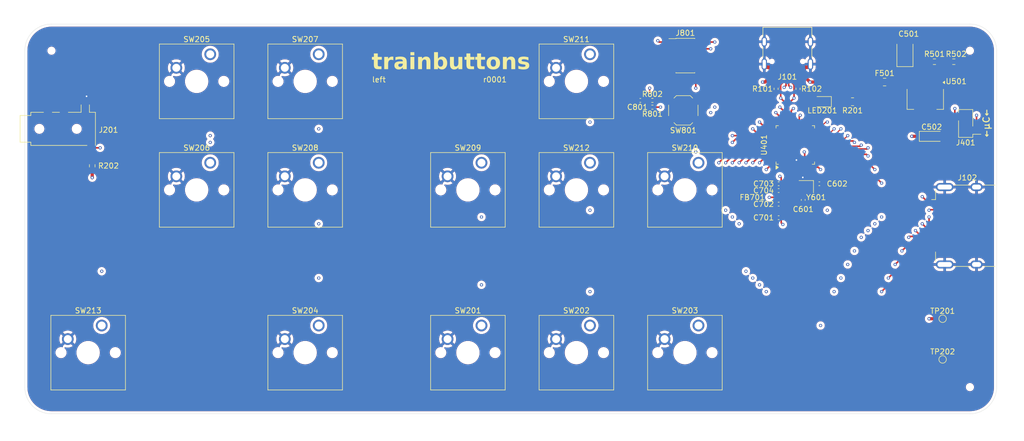
<source format=kicad_pcb>
(kicad_pcb (version 20240108) (generator "pcbnew") (generator_version "8.0")
  (layers (0 "F.Cu" power "F.Cu.Gnd") (1 "In1.Cu" mixed "In1.Cu.SigPwr") (2 "In2.Cu" mixed "In2.Cu.SigPwr") (31 "B.Cu" power "B.Cu.Gnd") (34 "B.Paste" user) (35 "F.Paste" user) (36 "B.SilkS" user "B.Silkscreen") (37 "F.SilkS" user "F.Silkscreen") (38 "B.Mask" user) (39 "F.Mask" user) (44 "Edge.Cuts" user))
  (net 0 "")
  (net 1 "/Left Buttons/GND")
  (net 2 "Net-(U501-VI)")
  (net 3 "/MCU/MCU Clock/OSC_IN")
  (net 4 "/MCU/MCU Clock/OSC_OUT")
  (net 5 "/MCU/MCU Power Supply/VREF")
  (net 6 "/Power Supply/V_{USB}")
  (net 7 "Net-(J101-CC2)")
  (net 8 "/MCU/USB+")
  (net 10 "/MCU/USB-")
  (net 12 "Net-(J101-CC1)")
  (net 13 "/MCU/BRAKE_SCHG")
  (net 14 "/MCU/HEADLIGHT")
  (net 16 "/MCU/BRAKE_RLS")
  (net 18 "/MCU/HORN")
  (net 19 "/MCU/TDIR_DN")
  (net 21 "/MCU/TDIR_UP")
  (net 22 "/MCU/SAND")
  (net 23 "/MCU/BELL")
  (net 24 "Net-(U501-ADJ)")
  (net 25 "/Left Buttons/NTC_OVR")
  (net 26 "/Left Buttons/NTC_RLS")
  (net 27 "/Left Buttons/NTC_ACK")
  (net 28 "/Left Buttons/ETCS_ACK")
  (net 29 "/Left Buttons/PANTO_UP")
  (net 30 "/Left Buttons/PANTO_DN")
  (net 31 "/Left Buttons/MCB_ON")
  (net 32 "/Left Buttons/MCB_OFF")
  (net 33 "/Left Buttons/DOOR_LEFT")
  (net 34 "/Left Buttons/DOOR_RGHT")
  (net 35 "/Left Buttons/DOOR_OPEN")
  (net 36 "/Left Buttons/DOOR_CLSE")
  (net 37 "/Left Buttons/EMERG")
  (net 49 "/Left Buttons/PEDAL_ANA")
  (net 50 "/MCU/MCU Debug and Reset/~{RST}")
  (net 51 "/MCU/MCU Debug and Reset/SWCLK")
  (net 56 "/MCU/MCU Debug and Reset/SWDIO")
  (net 57 "Net-(R802-Pad2)")
  (net 58 "/MCU/UART_MCUTX")
  (net 59 "/MCU/UART_MCURX")
  (net 61 "/MCU/RLED")
  (net 66 "Net-(LED201-K)")
  (net 67 "/Left Buttons/LLED")
  (net 68 "/Left Buttons/+3.3V")
  (footprint "LED_SMD:LED_0805_2012Metric" (layer "F.Cu") (at 179.4025 50.8 180)
    (property "Reference" "LED201")
    (property "Value" "LED")
  )
  (footprint "Resistor_SMD:R_0402_1005Metric" (layer "F.Cu") (at 174.8525 48.3875 -90)
    (property "Reference" "R102")
    (property "Value" "5.1kΩ" (hide yes))
  )
  (footprint "Button_Switch_Keyboard:SW_Cherry_MX_1.00u_PCB" (layer "F.Cu") (at 156.21 92.71)
    (property "Reference" "SW203")
    (property "Value" "SW_Push")
  )
  (footprint "Button_Switch_Keyboard:SW_Cherry_MX_1.00u_PCB" (layer "F.Cu") (at 135.89 41.91)
    (property "Reference" "SW211")
    (property "Value" "SW_Push")
  )
  (footprint "Button_Switch_Keyboard:SW_Cherry_MX_1.00u_PCB" (layer "F.Cu") (at 64.77 41.91)
    (property "Reference" "SW205")
    (property "Value" "SW_Push")
  )
  (footprint "Capacitor_SMD:C_0402_1005Metric" (layer "F.Cu") (at 178.8425 66.1675 180)
    (property "Reference" "C602")
    (property "Value" "10pF" (hide yes))
  )
  (footprint "Connector_HDMI:HDMI_A_Molex_208658-1001_Horizontal" (layer "F.Cu") (at 204.845 74.03)
    (property "Reference" "J102")
    (property "Value" "HDMI_A")
  )
  (footprint "Connector_PinHeader_1.27mm:PinHeader_2x05_P1.27mm_Vertical_SMD" (layer "F.Cu") (at 153.752 42.164)
    (property "Reference" "J801")
    (property "Value" "DBG")
  )
  (footprint "Button_Switch_Keyboard:SW_Cherry_MX_1.00u_PCB" (layer "F.Cu") (at 135.89 92.71)
    (property "Reference" "SW202")
    (property "Value" "SW_Push")
  )
  (footprint "Package_TO_SOT_SMD:SOT-223-3_TabPin2" (layer "F.Cu") (at 198.6825 50.3175 -90)
    (property "Reference" "U501")
    (property "Value" "LM317AEMP" (hide yes))
  )
  (footprint "Button_Switch_Keyboard:SW_Cherry_MX_1.00u_PCB" (layer "F.Cu") (at 64.77 62.23)
    (property "Reference" "SW206")
    (property "Value" "SW_Push")
  )
  (footprint "Resistor_SMD:R_0603_1608Metric" (layer "F.Cu") (at 42.672 62.801 90)
    (property "Reference" "R202")
    (property "Value" "470kΩ" (hide yes))
  )
  (footprint "Button_Switch_Keyboard:SW_Cherry_MX_1.00u_PCB" (layer "F.Cu") (at 85.09 41.91)
    (property "Reference" "SW207")
    (property "Value" "SW_Push")
  )
  (footprint "Fuse:Fuse_0805_2012Metric" (layer "F.Cu") (at 191.0625 47.1175)
    (property "Reference" "F501")
    (property "Value" "500mA" (hide yes))
  )
  (footprint "Button_Switch_Keyboard:SW_Cherry_MX_1.00u_PCB" (layer "F.Cu") (at 44.45 92.71)
    (property "Reference" "SW213")
    (property "Value" "SW_Push")
  )
  (footprint "Capacitor_SMD:C_0402_1005Metric" (layer "F.Cu") (at 171.2225 66.1675 180)
    (property "Reference" "C703")
    (property "Value" "1μF" (hide yes))
  )
  (footprint "Button_Switch_Keyboard:SW_Cherry_MX_1.00u_PCB" (layer "F.Cu") (at 85.09 92.71)
    (property "Reference" "SW204")
    (property "Value" "SW_Push")
  )
  (footprint "Connector_Audio:Jack_3.5mm_PJ320D_Horizontal" (layer "F.Cu") (at 37.546 55.88)
    (property "Reference" "J201")
    (property "Value" "AudioJack2")
  )
  (footprint "Resistor_SMD:R_0402_1005Metric" (layer "F.Cu") (at 147.572 50.546)
    (property "Reference" "R802")
    (property "Value" "330Ω" (hide yes))
  )
  (footprint "Capacitor_Tantalum_SMD:CP_EIA-3216-18_Kemet-A" (layer "F.Cu") (at 199.8725 57.2775)
    (property "Reference" "C502")
    (property "Value" "10µF" (hide yes))
  )
  (footprint "Resistor_SMD:R_0603_1608Metric" (layer "F.Cu") (at 204.025 43.3075)
    (property "Reference" "R502")
    (property "Value" "560Ω" (hide yes))
  )
  (footprint "Resistor_SMD:R_0603_1608Metric" (layer "F.Cu") (at 200.3975 43.3075)
    (property "Reference" "R501")
    (property "Value" "330Ω" (hide yes))
  )
  (footprint "Capacitor_SMD:C_0402_1005Metric" (layer "F.Cu") (at 145.316 50.546)
    (property "Reference" "C801")
    (property "Value" "100nF" (hide yes))
  )
  (footprint "Connector_USB:USB_C_Receptacle_G-Switch_GT-USB-7010ASV" (layer "F.Cu") (at 172.8525 40.6425 180)
    (property "Reference" "J101")
    (property "Value" "USB_C_Receptacle_USB2.0_16P")
  )
  (footprint "Inductor_SMD:L_0402_1005Metric" (layer "F.Cu") (at 171.2275 68.7075)
    (property "Reference" "FB701")
    (property "Value" "600Ω @ 100MHz" (hide yes))
  )
  (footprint "JLCPCB:JLCPCB_Mounting_Hole" (layer "F.Cu") (at 207.04 104.25)
    (property "Reference" "REF**" (hide yes))
    (property "Value" "JLCPCB_Mounting_Hole")
  )
  (footprint "Button_Switch_Keyboard:SW_Cherry_MX_1.00u_PCB" (layer "F.Cu") (at 135.89 62.23)
    (property "Reference" "SW212")
    (property "Value" "SW_Push")
  )
  (footprint "TestPoint:TestPoint_Pad_D1.0mm" (layer "F.Cu") (at 201.93 91.44)
    (property "Reference" "TP201")
    (property "Value" "TestPoint")
  )
  (footprint "JLCPCB:JLCPCB_Mounting_Hole" (layer "F.Cu") (at 35.04 41.25)
    (property "Reference" "REF**" (hide yes))
    (property "Value" "JLCPCB_Mounting_Hole")
  )
  (footprint "Capacitor_SMD:C_0402_1005Metric" (layer "F.Cu") (at 171.2225 72.5175 180)
    (property "Reference" "C701")
    (property "Value" "4.7μF" (hide yes))
  )
  (footprint "Capacitor_SMD:C_0402_1005Metric" (layer "F.Cu") (at 171.2225 67.4375 180)
    (property "Reference" "C704")
    (property "Value" "100nF" (hide yes))
  )
  (footprint "Resistor_SMD:R_0402_1005Metric" (layer "F.Cu") (at 170.7425 48.3875 -90)
    (property "Reference" "R101")
    (property "Value" "5.1kΩ" (hide yes))
  )
  (footprint "Button_Switch_Keyboard:SW_Cherry_MX_1.00u_PCB" (layer "F.Cu") (at 85.09 62.23)
    (property "Reference" "SW208")
    (property "Value" "SW_Push")
  )
  (footprint "Capacitor_SMD:C_0402_1005Metric" (layer "F.Cu") (at 171.2225 69.9775 180)
    (property "Reference" "C702")
    (property "Value" "100nF" (hide yes))
  )
  (footprint "Resistor_SMD:R_0402_1005Metric" (layer "F.Cu") (at 147.574 51.816)
    (property "Reference" "R801")
    (property "Value" "2.2kΩ" (hide yes))
  )
  (footprint "JLCPCB:JLCPCB_Mounting_Hole" (layer "F.Cu") (at 207.04 41.25)
    (property "Reference" "REF**" (hide yes))
    (property "Value" "JLCPCB_Mounting_Hole")
  )
  (footprint "Button_Switch_Keyboard:SW_Cherry_MX_1.00u_PCB" (layer "F.Cu") (at 156.21 62.23)
    (property "Reference" "SW210")
    (property "Value" "SW_Push")
  )
  (footprint "Button_Switch_SMD:SW_Push_1P1T_XKB_TS-1187A" (layer "F.Cu") (at 153.368 52.421 180)
    (property "Reference" "SW801")
    (property "Value" "RST")
  )
  (footprint "TestPoint:TestPoint_Pad_D1.0mm" (layer "F.Cu") (at 201.93 99.06)
    (property "Reference" "TP202")
    (property "Value" "TestPoint")
  )
  (footprint "Package_QFP:LQFP-48_7x7mm_P0.5mm" (layer "F.Cu") (at 174.3425 58.9 90)
    (property "Reference" "U401")
    (property "Value" "STM32G0B0CETx" (hide yes))
  )
  (footprint "Button_Switch_Keyboard:SW_Cherry_MX_1.00u_PCB" (layer "F.Cu") (at 115.57 92.71)
    (property "Reference" "SW201")
    (property "Value" "SW_Push")
  )
  (footprint "Connector_PinHeader_2.54mm:PinHeader_1x02_P2.54mm_Vertical_SMD_Pin1Left" (layer "F.Cu") (at 206.248 54.864 180)
    (property "Reference" "J401")
    (property "Value" "UART")
  )
  (footprint "Button_Switch_Keyboard:SW_Cherry_MX_1.00u_PCB" (layer "F.Cu") (at 115.57 62.23)
    (property "Reference" "SW209")
    (property "Value" "SW_Push")
  )
  (footprint "Crystal:Crystal_SMD_2016-4Pin_2.0x1.6mm" (layer "F.Cu") (at 176.3925 66.7175 180)
    (property "Reference" "Y601")
    (property "Value" "48MHz" (hide yes))
  )
  (footprint "Capacitor_Tantalum_SMD:CP_EIA-3528-21_Kemet-B" (layer "F.Cu") (at 194.8725 41.77 90)
    (property "Reference" "C501")
    (property "Value" "100µF" (hide yes))
  )
  (footprint "Resistor_SMD:R_0805_2012Metric" (layer "F.Cu") (at 185.0625 50.8 180)
    (property "Reference" "R201")
    (property "Value" "68Ω")
  )
  (footprint "Capacitor_SMD:C_0402_1005Metric" (layer "F.Cu") (at 175.8225 69.1875 90)
    (property "Reference" "C601")
    (property "Value" "10pF" (hide yes))
  )
  (gr_line (start 35.04 109.25) (end 207.04 109.25) (stroke (width 0.05)) (layer "Edge.Cuts"))
  (gr_arc (start 212.04 104.25) (mid 210.575534 107.785534) (end 207.04 109.25) (stroke (width 0.05)) (layer "Edge.Cuts"))
  (gr_arc (start 35.04 109.25) (mid 31.504466 107.785534) (end 30.04 104.25) (stroke (width 0.05)) (layer "Edge.Cuts"))
  (gr_arc (start 207.04 36.25) (mid 210.575534 37.714466) (end 212.04 41.25) (stroke (width 0.05)) (layer "Edge.Cuts"))
  (gr_line (start 212.04 41.25) (end 212.04 104.25) (stroke (width 0.05)) (layer "Edge.Cuts"))
  (gr_line (start 30.04 41.25) (end 30.04 104.25) (stroke (width 0.05)) (layer "Edge.Cuts"))
  (gr_arc (start 30.04 41.25) (mid 31.504466 37.714466) (end 35.04 36.25) (stroke (width 0.05)) (layer "Edge.Cuts"))
  (gr_line (start 35.04 36.25) (end 207.04 36.25) (stroke (width 0.05)) (layer "Edge.Cuts"))
  (gr_text "r0001" (at 120.396 47.244 0) (layer "F.SilkS") (effects (font (size 1 1)) (justify right bottom)))
  (gr_text "left" (at 94.996 47.244 0) (layer "F.SilkS") (effects (font (size 1 1)) (justify left bottom)))
  (gr_text "trainbuttons" (at 94.996 45.212 0) (layer "F.SilkS") (effects (font (size 3 3) (thickness 0.75) (bold yes)) (justify left bottom)))
  (gr_text "←µC←" (at 210.82 57.658 90) (layer "F.SilkS") (effects (font (size 1.2 1.2) (thickness 0.2) (bold yes)) (justify left bottom)))
  (segment (start 176.5725 44.3675) (end 177.1725 43.7675) (width 0.6) (layer "F.Cu") (net 1))
  (segment (start 175.6925 66.1675) (end 175.6925 65.0275) (width 0.3) (layer "F.Cu") (net 1))
  (segment (start 176.0525 44.3675) (end 176.5725 44.3675) (width 0.6) (layer "F.Cu") (net 1))
  (segment (start 169.1325 44.3675) (end 168.5325 43.7675) (width 0.6) (layer "F.Cu") (net 1))
  (segment (start 174.5925 63.0625) (end 174.5925 61.7625) (width 0.3) (layer "F.Cu") (net 1))
  (segment (start 169.6525 44.3675) (end 169.1325 44.3675) (width 0.6) (layer "F.Cu") (net 1))
  (segment (start 41.371 52.63) (end 41.371 50.023) (width 0.6) (layer "F.Cu") (net 1))
  (segment (start 41.371 50.023) (end 41.61 49.784) (width 0.6) (layer "F.Cu") (net 1))
  (segment (start 175.6925 65.0275) (end 175.74507 64.97493) (width 0.3) (layer "F.Cu") (net 1))
  (segment (start 174.5925 61.7625) (end 174.5525 61.7225) (width 0.3) (layer "F.Cu") (net 1))
  (segment (start 201.56 77.53) (end 204.41 77.53) (width 0.3) (layer "F.Cu") (net 1))
  (via (at 41.61 49.784) (size 0.6) (drill 0.3) (layers "F.Cu" "B.Cu") (net 1))
  (via (at 174.5525 61.7225) (size 0.6) (drill 0.3) (layers "F.Cu" "B.Cu") (net 1))
  (via (at 175.74507 64.97493) (size 0.6) (drill 0.3) (layers "F.Cu" "B.Cu") (net 1))
  (segment (start 196.3825 44.8175) (end 194.8725 43.3075) (width 0.6) (layer "F.Cu") (net 2))
  (segment (start 196.3825 47.1675) (end 196.3825 44.8175) (width 0.6) (layer "F.Cu") (net 2))
  (segment (start 192 47.1175) (end 196.3325 47.1175) (width 0.6) (layer "F.Cu") (net 2))
  (segment (start 174.9425 67.2675) (end 175.6925 67.2675) (width 0.3) (layer "F.Cu") (net 3))
  (segment (start 175.0925 65.4175) (end 174.5525 65.9575) (width 0.3) (layer "F.Cu") (net 3))
  (segment (start 174.5525 66.8775) (end 174.9425 67.2675) (width 0.3) (layer "F.Cu") (net 3))
  (segment (start 175.0925 63.0625) (end 175.0925 65.4175) (width 0.3) (layer "F.Cu") (net 3))
  (segment (start 175.8225 68.7075) (end 175.8225 67.3975) (width 0.3) (layer "F.Cu") (net 3))
  (segment (start 174.5525 65.9575) (end 174.5525 66.8775) (width 0.3) (layer "F.Cu") (net 3))
  (segment (start 177.0925 66.1675) (end 178.3625 66.1675) (width 0.3) (layer "F.Cu") (net 4))
  (segment (start 177.0925 65.40312) (end 177.0925 66.1675) (width 0.3) (layer "F.Cu") (net 4))
  (segment (start 175.5925 63.90312) (end 177.0925 65.40312) (width 0.3) (layer "F.Cu") (net 4))
  (segment (start 175.5925 63.0625) (end 175.5925 63.90312) (width 0.3) (layer "F.Cu") (net 4))
  (segment (start 173.5925 64.8975) (end 173.5925 66.8275) (width 0.3) (layer "F.Cu") (net 5))
  (segment (start 173.5925 65.5475) (end 173.5925 64.8975) (width 0.3) (layer "F.Cu") (net 5))
  (segment (start 171.7025 67.4375) (end 173.5925 65.5475) (width 0.3) (layer "F.Cu") (net 5))
  (segment (start 173.5925 63.0625) (end 173.5925 64.8975) (width 0.3) (layer "F.Cu") (net 5))
  (segment (start 173.5925 66.8275) (end 171.7125 68.7075) (width 0.3) (layer "F.Cu") (net 5))
  (segment (start 177.0925 47.1175) (end 190.125 47.1175) (width 0.6) (layer "F.Cu") (net 6))
  (segment (start 175.2525 45.2775) (end 177.0925 47.1175) (width 0.6) (layer "F.Cu") (net 6))
  (segment (start 175.2525 44.3675) (end 175.2525 45.2775) (width 0.6) (layer "F.Cu") (net 6))
  (segment (start 168.656498 47.1175) (end 168.2025 47.1175) (width 0.6) (layer "F.Cu") (net 6))
  (segment (start 170.4525 45.321498) (end 168.656498 47.1175) (width 0.6) (layer "F.Cu") (net 6))
  (segment (start 170.4525 44.3675) (end 170.4525 45.321498) (width 0.6) (layer "F.Cu") (net 6))
  (via (at 168.2025 47.1175) (size 0.6) (drill 0.3) (layers "F.Cu" "B.Cu") (net 6))
  (via (at 177.0925 47.1175) (size 0.6) (drill 0.3) (layers "F.Cu" "B.Cu") (net 6))
  (segment (start 171.1025 45.4875) (end 170.7425 45.8475) (width 0.3) (layer "F.Cu") (net 7))
  (segment (start 171.1025 44.3675) (end 171.1025 45.4875) (width 0.3) (layer "F.Cu") (net 7))
  (segment (start 170.7425 45.8475) (end 170.7425 47.8775) (width 0.3) (layer "F.Cu") (net 7))
  (segment (start 171.6025 47.6175) (end 171.6025 50.1175) (width 0.3) (layer "F.Cu") (net 8))
  (segment (start 172.1025 47.1175) (end 171.6025 47.6175) (width 0.3) (layer "F.Cu") (net 8))
  (segment (start 173.1025 47.7675) (end 173.4525 48.1175) (width 0.3) (layer "F.Cu") (net 8))
  (segment (start 172.1025 44.3675) (end 172.1025 47.1175) (width 0.3) (layer "F.Cu") (net 8))
  (segment (start 172.5925 51.1075) (end 171.6025 50.1175) (width 0.3) (layer "F.Cu") (net 8))
  (segment (start 172.5925 54.7375) (end 172.5925 51.1075) (width 0.3) (layer "F.Cu") (net 8))
  (segment (start 173.1025 44.3675) (end 173.1025 47.7675) (width 0.3) (layer "F.Cu") (net 8))
  (via (at 173.4525 48.1175) (size 0.6) (drill 0.3) (layers "F.Cu" "B.Cu") (net 8))
  (via (at 171.6025 50.1175) (size 0.6) (drill 0.3) (layers "F.Cu" "B.Cu") (net 8))
  (segment (start 174.1025 47.6175) (end 174.1025 50.1175) (width 0.3) (layer "F.Cu") (net 10))
  (segment (start 172.6025 47.7675) (end 172.2525 48.1175) (width 0.3) (layer "F.Cu") (net 10))
  (segment (start 172.6025 44.3675) (end 172.6025 47.7675) (width 0.3) (layer "F.Cu") (net 10))
  (segment (start 173.0925 51.1275) (end 173.0925 54.7375) (width 0.3) (layer "F.Cu") (net 10))
  (segment (start 174.1025 50.1175) (end 173.0925 51.1275) (width 0.3) (layer "F.Cu") (net 10))
  (segment (start 173.6025 44.3675) (end 173.6025 47.1175) (width 0.3) (layer "F.Cu") (net 10))
  (segment (start 173.6025 47.1175) (end 174.1025 47.6175) (width 0.3) (layer "F.Cu") (net 10))
  (via (at 172.2525 48.1175) (size 0.6) (drill 0.3) (layers "F.Cu" "B.Cu") (net 10))
  (via (at 174.1025 50.1175) (size 0.6) (drill 0.3) (layers "F.Cu" "B.Cu") (net 10))
  (segment (start 174.1025 45.3975) (end 174.8525 46.1475) (width 0.3) (layer "F.Cu") (net 12))
  (segment (start 174.1025 44.3675) (end 174.1025 45.3975) (width 0.3) (layer "F.Cu") (net 12))
  (segment (start 174.8525 46.1475) (end 174.8525 47.8775) (width 0.3) (layer "F.Cu") (net 12))
  (segment (start 195.75 76.03) (end 195.58 76.2) (width 0.3) (layer "F.Cu") (net 13))
  (segment (start 178.505 59.15) (end 186.468 59.15) (width 0.3) (layer "F.Cu") (net 13))
  (segment (start 201.56 76.03) (end 195.75 76.03) (width 0.3) (layer "F.Cu") (net 13))
  (segment (start 186.468 59.15) (end 186.69 58.928) (width 0.3) (layer "F.Cu") (net 13))
  (via (at 195.58 76.2) (size 0.6) (drill 0.3) (layers "F.Cu" "B.Cu") (net 13))
  (via (at 186.69 58.928) (size 0.6) (drill 0.3) (layers "F.Cu" "B.Cu") (net 13))
  (via (at 186.69 76.2) (size 0.6) (drill 0.3) (layers "F.Cu" "B.Cu") (net 13))
  (segment (start 178.505 57.65) (end 183.65 57.65) (width 0.2) (layer "F.Cu") (net 14))
  (segment (start 197.29 77.03) (end 193.04 81.28) (width 0.3) (layer "F.Cu") (net 14))
  (segment (start 183.65 57.65) (end 184.15 57.15) (width 0.2) (layer "F.Cu") (net 14))
  (segment (start 201.56 77.03) (end 197.29 77.03) (width 0.3) (layer "F.Cu") (net 14))
  (via (at 184.15 57.15) (size 0.6) (drill 0.3) (layers "F.Cu" "B.Cu") (net 14))
  (via (at 184.15 81.28) (size 0.6) (drill 0.3) (layers "F.Cu" "B.Cu") (net 14))
  (via (at 193.04 81.28) (size 0.6) (drill 0.3) (layers "F.Cu" "B.Cu") (net 14))
  (segment (start 181.61 57.15) (end 182.88 55.88) (width 0.2) (layer "F.Cu") (net 16))
  (segment (start 178.505 57.15) (end 181.61 57.15) (width 0.2) (layer "F.Cu") (net 16))
  (segment (start 197.56 78.03) (end 191.77 83.82) (width 0.3) (layer "F.Cu") (net 16))
  (segment (start 201.56 78.03) (end 197.56 78.03) (width 0.3) (layer "F.Cu") (net 16))
  (via (at 182.88 83.82) (size 0.6) (drill 0.3) (layers "F.Cu" "B.Cu") (net 16))
  (via (at 182.88 55.88) (size 0.6) (drill 0.3) (layers "F.Cu" "B.Cu") (net 16))
  (via (at 191.77 83.82) (size 0.6) (drill 0.3) (layers "F.Cu" "B.Cu") (net 16))
  (segment (start 199.39 73.51) (end 199.91 74.03) (width 0.3) (layer "F.Cu") (net 18))
  (segment (start 199.91 74.03) (end 201.56 74.03) (width 0.3) (layer "F.Cu") (net 18))
  (segment (start 178.505 61.65) (end 186.11 61.65) (width 0.3) (layer "F.Cu") (net 18))
  (segment (start 199.39 72.39) (end 199.39 73.51) (width 0.3) (layer "F.Cu") (net 18))
  (segment (start 186.11 61.65) (end 190.5 66.04) (width 0.3) (layer "F.Cu") (net 18))
  (via (at 199.39 72.39) (size 0.6) (drill 0.3) (layers "F.Cu" "B.Cu") (net 18))
  (via (at 190.5 72.39) (size 0.6) (drill 0.3) (layers "F.Cu" "B.Cu") (net 18))
  (via (at 190.5 66.04) (size 0.6) (drill 0.3) (layers "F.Cu" "B.Cu") (net 18))
  (segment (start 178.505 60.65) (end 187.65 60.65) (width 0.3) (layer "F.Cu") (net 19))
  (segment (start 201.56 75.53) (end 197.45 75.53) (width 0.3) (layer "F.Cu") (net 19))
  (segment (start 197.45 75.53) (end 196.85 74.93) (width 0.3) (layer "F.Cu") (net 19))
  (segment (start 187.65 60.65) (end 187.96 60.96) (width 0.3) (layer "F.Cu") (net 19))
  (via (at 196.85 74.93) (size 0.6) (drill 0.3) (layers "F.Cu" "B.Cu") (net 19))
  (via (at 187.96 74.93) (size 0.6) (drill 0.3) (layers "F.Cu" "B.Cu") (net 19))
  (via (at 187.96 60.96) (size 0.6) (drill 0.3) (layers "F.Cu" "B.Cu") (net 19))
  (segment (start 196.52 76.53) (end 194.31 78.74) (width 0.3) (layer "F.Cu") (net 21))
  (segment (start 185.15 58.15) (end 178.505 58.15) (width 0.3) (layer "F.Cu") (net 21))
  (segment (start 185.42 58.42) (end 185.15 58.15) (width 0.3) (layer "F.Cu") (net 21))
  (segment (start 201.56 76.53) (end 196.52 76.53) (width 0.3) (layer "F.Cu") (net 21))
  (via (at 185.42 58.42) (size 0.6) (drill 0.3) (layers "F.Cu" "B.Cu") (net 21))
  (via (at 185.42 78.74) (size 0.6) (drill 0.3) (layers "F.Cu" "B.Cu") (net 21))
  (via (at 194.31 78.74) (size 0.6) (drill 0.3) (layers "F.Cu" "B.Cu") (net 21))
  (segment (start 181.61 55.88) (end 180.84 56.65) (width 0.2) (layer "F.Cu") (net 22))
  (segment (start 198.33 78.53) (end 190.5 86.36) (width 0.3) (layer "F.Cu") (net 22))
  (segment (start 201.56 78.53) (end 198.33 78.53) (width 0.3) (layer "F.Cu") (net 22))
  (segment (start 180.84 56.65) (end 178.505 56.65) (width 0.2) (layer "F.Cu") (net 22))
  (via (at 190.5 86.36) (size 0.6) (drill 0.3) (layers "F.Cu" "B.Cu") (net 22))
  (via (at 181.61 55.88) (size 0.6) (drill 0.3) (layers "F.Cu" "B.Cu") (net 22))
  (via (at 181.61 86.36) (size 0.6) (drill 0.3) (layers "F.Cu" "B.Cu") (net 22))
  (segment (start 178.505 61.15) (end 186.88 61.15) (width 0.3) (layer "F.Cu") (net 23))
  (segment (start 198.99 74.53) (end 198.12 73.66) (width 0.3) (layer "F.Cu") (net 23))
  (segment (start 201.56 74.53) (end 198.99 74.53) (width 0.3) (layer "F.Cu") (net 23))
  (segment (start 186.88 61.15) (end 189.23 63.5) (width 0.3) (layer "F.Cu") (net 23))
  (via (at 198.12 73.66) (size 0.6) (drill 0.3) (layers "F.Cu" "B.Cu") (net 23))
  (via (at 189.23 73.66) (size 0.6) (drill 0.3) (layers "F.Cu" "B.Cu") (net 23))
  (via (at 189.23 63.5) (size 0.6) (drill 0.3) (layers "F.Cu" "B.Cu") (net 23))
  (segment (start 201.2225 43.3075) (end 201.2225 46.9275) (width 0.6) (layer "F.Cu") (net 24))
  (segment (start 201.2225 43.3075) (end 203.2 43.3075) (width 0.6) (layer "F.Cu") (net 24))
  (segment (start 201.2225 46.9275) (end 200.9825 47.1675) (width 0.6) (layer "F.Cu") (net 24))
  (segment (start 170.18 61.15) (end 168.72 61.15) (width 0.3) (layer "F.Cu") (net 25))
  (segment (start 168.72 61.15) (end 167.64 62.23) (width 0.3) (layer "F.Cu") (net 25))
  (via (at 167.64 85.09) (size 0.6) (drill 0.3) (layers "F.Cu" "B.Cu") (net 25))
  (via (at 115.57 85.09) (size 0.6) (drill 0.3) (layers "F.Cu" "B.Cu") (net 25))
  (via (at 167.64 62.23) (size 0.6) (drill 0.3) (layers "F.Cu" "B.Cu") (net 25))
  (segment (start 170.18 61.65) (end 170.18 62.23) (width 0.3) (layer "F.Cu") (net 26))
  (segment (start 170.18 62.23) (end 168.91 63.5) (width 0.3) (layer "F.Cu") (net 26))
  (via (at 168.91 86.36) (size 0.6) (drill 0.3) (layers "F.Cu" "B.Cu") (net 26))
  (via (at 168.91 63.5) (size 0.6) (drill 0.3) (layers "F.Cu" "B.Cu") (net 26))
  (via (at 135.89 86.36) (size 0.6) (drill 0.3) (layers "F.Cu" "B.Cu") (net 26))
  (segment (start 178.6325 63.0625) (end 179.07 63.5) (width 0.3) (layer "F.Cu") (net 27))
  (segment (start 177.0925 63.0625) (end 178.6325 63.0625) (width 0.3) (layer "F.Cu") (net 27))
  (via (at 179.07 92.71) (size 0.6) (drill 0.3) (layers "F.Cu" "B.Cu") (net 27))
  (via (at 179.07 63.5) (size 0.6) (drill 0.3) (layers "F.Cu" "B.Cu") (net 27))
  (segment (start 167.95 60.65) (end 166.37 62.23) (width 0.3) (layer "F.Cu") (net 28))
  (segment (start 170.18 60.65) (end 167.95 60.65) (width 0.3) (layer "F.Cu") (net 28))
  (via (at 85.09 83.82) (size 0.6) (drill 0.3) (layers "F.Cu" "B.Cu") (net 28))
  (via (at 166.37 83.82) (size 0.6) (drill 0.3) (layers "F.Cu" "B.Cu") (net 28))
  (via (at 166.37 62.23) (size 0.6) (drill 0.3) (layers "F.Cu" "B.Cu") (net 28))
  (segment (start 170.18 57.15) (end 162.56 57.15) (width 0.3) (layer "F.Cu") (net 29))
  (via (at 162.56 57.15) (size 0.6) (drill 0.3) (layers "F.Cu" "B.Cu") (net 29))
  (via (at 64.77 57.15) (size 0.6) (drill 0.3) (layers "F.Cu" "B.Cu") (net 29))
  (segment (start 163.33 57.65) (end 162.56 58.42) (width 0.3) (layer "F.Cu") (net 30))
  (segment (start 170.18 57.65) (end 163.33 57.65) (width 0.3) (layer "F.Cu") (net 30))
  (via (at 64.77 58.42) (size 0.6) (drill 0.3) (layers "F.Cu" "B.Cu") (net 30))
  (via (at 162.56 58.42) (size 0.6) (drill 0.3) (layers "F.Cu" "B.Cu") (net 30))
  (segment (start 170.18 56.65) (end 167.14 56.65) (width 0.3) (layer "F.Cu") (net 31))
  (segment (start 167.14 56.65) (end 166.37 55.88) (width 0.3) (layer "F.Cu") (net 31))
  (via (at 85.09 55.88) (size 0.6) (drill 0.3) (layers "F.Cu" "B.Cu") (net 31))
  (via (at 166.37 55.88) (size 0.6) (drill 0.3) (layers "F.Cu" "B.Cu") (net 31))
  (segment (start 170.18 59.65) (end 166.41 59.65) (width 0.3) (layer "F.Cu") (net 32))
  (segment (start 166.41 59.65) (end 163.83 62.23) (width 0.3) (layer "F.Cu") (net 32))
  (via (at 163.83 62.23) (size 0.6) (drill 0.3) (layers "F.Cu" "B.Cu") (net 32))
  (via (at 163.83 73.66) (size 0.6) (drill 0.3) (layers "F.Cu" "B.Cu") (net 32))
  (via (at 85.09 73.66) (size 0.6) (drill 0.3) (layers "F.Cu" "B.Cu") (net 32))
  (segment (start 170.18 59.15) (end 165.64 59.15) (width 0.3) (layer "F.Cu") (net 33))
  (segment (start 165.64 59.15) (end 162.56 62.23) (width 0.3) (layer "F.Cu") (net 33))
  (via (at 162.56 72.39) (size 0.6) (drill 0.3) (layers "F.Cu" "B.Cu") (net 33))
  (via (at 162.56 62.23) (size 0.6) (drill 0.3) (layers "F.Cu" "B.Cu") (net 33))
  (via (at 115.57 72.39) (size 0.6) (drill 0.3) (layers "F.Cu" "B.Cu") (net 33))
  (segment (start 164.1 58.15) (end 160.02 62.23) (width 0.3) (layer "F.Cu") (net 34))
  (segment (start 170.18 58.15) (end 164.1 58.15) (width 0.3) (layer "F.Cu") (net 34))
  (via (at 160.02 62.23) (size 0.6) (drill 0.3) (layers "F.Cu" "B.Cu") (net 34))
  (segment (start 170.18 56.15) (end 169.18 56.15) (width 0.3) (layer "F.Cu") (net 35))
  (segment (start 169.18 56.15) (end 167.64 54.61) (width 0.3) (layer "F.Cu") (net 35))
  (via (at 135.89 54.61) (size 0.6) (drill 0.3) (layers "F.Cu" "B.Cu") (net 35))
  (via (at 167.64 54.61) (size 0.6) (drill 0.3) (layers "F.Cu" "B.Cu") (net 35))
  (segment (start 170.18 58.65) (end 164.87 58.65) (width 0.3) (layer "F.Cu") (net 36))
  (segment (start 164.87 58.65) (end 161.29 62.23) (width 0.3) (layer "F.Cu") (net 36))
  (via (at 135.89 71.12) (size 0.6) (drill 0.3) (layers "F.Cu" "B.Cu") (net 36))
  (via (at 161.29 62.23) (size 0.6) (drill 0.3) (layers "F.Cu" "B.Cu") (net 36))
  (via (at 161.29 71.12) (size 0.6) (drill 0.3) (layers "F.Cu" "B.Cu") (net 36))
  (segment (start 170.18 60.15) (end 167.18 60.15) (width 0.3) (layer "F.Cu") (net 37))
  (segment (start 167.18 60.15) (end 165.1 62.23) (width 0.3) (layer "F.Cu") (net 37))
  (via (at 165.1 82.55) (size 0.6) (drill 0.3) (layers "F.Cu" "B.Cu") (net 37))
  (via (at 165.1 62.23) (size 0.6) (drill 0.3) (layers "F.Cu" "B.Cu") (net 37))
  (via (at 44.45 82.55) (size 0.6) (drill 0.3) (layers "F.Cu" "B.Cu") (net 37))
  (segment (start 42.471 59.13) (end 39.272 59.13) (width 0.6) (layer "F.Cu") (net 49))
  (segment (start 37.371 57.229) (end 37.371 52.63) (width 0.6) (layer "F.Cu") (net 49))
  (segment (start 44.15 59.436) (end 42.777 59.436) (width 0.3) (layer "F.Cu") (net 49))
  (segment (start 187.746 59.65) (end 187.96 59.436) (width 0.3) (layer "F.Cu") (net 49))
  (segment (start 178.505 59.65) (end 187.746 59.65) (width 0.3) (layer "F.Cu") (net 49))
  (segment (start 34.371 52.63) (end 37.371 52.63) (width 0.6) (layer "F.Cu") (net 49))
  (segment (start 39.272 59.13) (end 37.371 57.229) (width 0.6) (layer "F.Cu") (net 49))
  (segment (start 42.672 61.976) (end 42.672 59.331) (width 0.6) (layer "F.Cu") (net 49))
  (via (at 187.96 59.436) (size 0.6) (drill 0.3) (layers "F.Cu" "B.Cu") (net 49))
  (via (at 44.15 59.436) (size 0.6) (drill 0.3) (layers "F.Cu" "B.Cu") (net 49))
  (segment (start 147.064 50.548) (end 147.062 50.546) (width 0.3) (layer "F.Cu") (net 50))
  (segment (start 176.0925 60.2685) (end 176.022 60.198) (width 0.3) (layer "F.Cu") (net 50))
  (segment (start 147.064 51.816) (end 147.064 50.548) (width 0.3) (layer "F.Cu") (net 50))
  (segment (start 145.796 50.546) (end 147.062 50.546) (width 0.3) (layer "F.Cu") (net 50))
  (segment (start 147.062 50.546) (end 147.062 48.264) (width 0.3) (layer "F.Cu") (net 50))
  (segment (start 147.062 48.264) (end 147.066 48.26) (width 0.3) (layer "F.Cu") (net 50))
  (segment (start 155.702 44.704) (end 155.702 48.26) (width 0.3) (layer "F.Cu") (net 50))
  (segment (start 176.0925 63.0625) (end 176.0925 60.2685) (width 0.3) (layer "F.Cu") (net 50))
  (via (at 155.702 60.198) (size 0.6) (drill 0.3) (layers "F.Cu" "B.Cu") (net 50))
  (via (at 155.702 48.26) (size 0.6) (drill 0.3) (layers "F.Cu" "B.Cu") (net 50))
  (via (at 176.022 60.198) (size 0.6) (drill 0.3) (layers "F.Cu" "B.Cu") (net 50))
  (via (at 147.066 48.26) (size 0.6) (drill 0.3) (layers "F.Cu" "B.Cu") (net 50))
  (segment (start 158.496 40.894) (end 155.702 40.894) (width 0.3) (layer "F.Cu") (net 51))
  (segment (start 171.5925 54.7375) (end 171.5925 53.7365) (width 0.3) (layer "F.Cu") (net 51))
  (segment (start 171.5925 54.7375) (end 171.5775 54.7375) (width 0.3) (layer "F.Cu") (net 51))
  (segment (start 171.5925 53.7365) (end 170.688 52.832) (width 0.3) (layer "F.Cu") (net 51))
  (via (at 158.496 40.894) (size 0.6) (drill 0.3) (layers "F.Cu" "B.Cu") (net 51))
  (via (at 158.496 52.832) (size 0.6) (drill 0.3) (layers "F.Cu" "B.Cu") (net 51))
  (via (at 170.688 52.832) (size 0.6) (drill 0.3) (layers "F.Cu" "B.Cu") (net 51))
  (segment (start 172.0925 54.7375) (end 172.0925 52.4585) (width 0.3) (layer "F.Cu") (net 56))
  (segment (start 172.0925 52.4585) (end 171.45 51.816) (width 0.3) (layer "F.Cu") (net 56))
  (segment (start 159.258 39.624) (end 155.702 39.624) (width 0.3) (layer "F.Cu") (net 56))
  (via (at 159.258 39.624) (size 0.6) (drill 0.3) (layers "F.Cu" "B.Cu") (net 56))
  (via (at 159.258 51.816) (size 0.6) (drill 0.3) (layers "F.Cu" "B.Cu") (net 56))
  (via (at 171.45 51.816) (size 0.6) (drill 0.3) (layers "F.Cu" "B.Cu") (net 56))
  (segment (start 156.368 50.546) (end 148.082 50.546) (width 0.3) (layer "F.Cu") (net 57))
  (segment (start 175.0925 54.7375) (end 175.0925 53.5075) (width 0.3) (layer "F.Cu") (net 58))
  (segment (start 208.28 53.34) (end 208.28 55.757) (width 0.3) (layer "F.Cu") (net 58))
  (segment (start 175.0925 53.5075) (end 175.26 53.34) (width 0.3) (layer "F.Cu") (net 58))
  (via (at 208.28 53.34) (size 0.6) (drill 0.3) (layers "F.Cu" "B.Cu") (net 58))
  (via (at 175.26 53.34) (size 0.6) (drill 0.3) (layers "F.Cu" "B.Cu") (net 58))
  (segment (start 204.216 52.07) (end 204.216 53.217) (width 0.3) (layer "F.Cu") (net 59))
  (segment (start 173.5925 52.4675) (end 173.99 52.07) (width 0.3) (layer "F.Cu") (net 59))
  (segment (start 173.5925 54.7375) (end 173.5925 52.4675) (width 0.3) (layer "F.Cu") (net 59))
  (via (at 204.216 52.07) (size 0.6) (drill 0.3) (layers "F.Cu" "B.Cu") (net 59))
  (via (at 173.99 52.07) (size 0.6) (drill 0.3) (layers "F.Cu" "B.Cu") (net 59))
  (segment (start 178.505 56.15) (end 180.045 54.61) (width 0.2) (layer "F.Cu") (net 61))
  (segment (start 201.56 71.03) (end 199.48 71.03) (width 0.3) (layer "F.Cu") (net 61))
  (segment (start 180.045 54.61) (end 180.34 54.61) (width 0.2) (layer "F.Cu") (net 61))
  (segment (start 199.48 71.03) (end 199.39 71.12) (width 0.3) (layer "F.Cu") (net 61))
  (via (at 180.34 71.12) (size 0.6) (drill 0.3) (layers "F.Cu" "B.Cu") (net 61))
  (via (at 199.39 71.12) (size 0.6) (drill 0.3) (layers "F.Cu" "B.Cu") (net 61))
  (via (at 180.34 54.61) (size 0.6) (drill 0.3) (layers "F.Cu" "B.Cu") (net 61))
  (segment (start 180.34 50.8) (end 184.15 50.8) (width 0.3) (layer "F.Cu") (net 66))
  (segment (start 177.0925 54.7375) (end 177.0925 52.1725) (width 0.3) (layer "F.Cu") (net 67))
  (segment (start 177.0925 52.1725) (end 178.465 50.8) (width 0.3) (layer "F.Cu") (net 67))
  (segment (start 199.07 69.53) (end 198.12 68.58) (width 0.3) (layer "F.Cu") (net 68))
  (segment (start 171.7025 65.0225) (end 171.45 64.77) (width 0.3) (layer "F.Cu") (net 68))
  (segment (start 198.6825 44.1975) (end 199.5725 43.3075) (width 0.6) (layer "F.Cu") (net 68))
  (segment (start 171.7025 72.5175) (end 171.7025 73.4775) (width 0.3) (layer "F.Cu") (net 68))
  (segment (start 198.6825 47.1675) (end 198.6825 53.4675) (width 0.6) (layer "F.Cu") (net 68))
  (segment (start 174.0925 63.0625) (end 174.0925 69.1675) (width 0.3) (layer "F.Cu") (net 68))
  (segment (start 170.7425 68.7075) (end 169.4725 68.7075) (width 0.3) (layer "F.Cu") (net 68))
  (segment (start 174.0925 69.1675) (end 173.2825 69.9775) (width 0.3) (layer "F.Cu") (net 68))
  (segment (start 171.7025 69.9775) (end 171.7025 72.5175) (width 0.3) (layer "F.Cu") (net 68))
  (segment (start 171.7025 66.1675) (end 173.0925 64.7775) (width 0.3) (layer "F.Cu") (net 68))
  (segment (start 151.802 39.624) (end 148.844 39.624) (width 0.3) (layer "F.Cu") (net 68))
  (segment (start 171.7025 73.4775) (end 172.0125 73.7875) (width 0.3) (layer "F.Cu") (net 68))
  (segment (start 201.93 91.44) (end 199.39 91.44) (width 0.6) (layer "F.Cu") (net 68))
  (segment (start 173.0925 64.7775) (end 173.0925 63.0625) (width 0.3) (layer "F.Cu") (net 68))
  (segment (start 198.5225 57.2775) (end 196.1425 57.2775) (width 0.6) (layer "F.Cu") (net 68))
  (segment (start 173.2825 69.9775) (end 171.7025 69.9775) (width 0.3) (layer "F.Cu") (net 68))
  (segment (start 171.7025 66.1675) (end 171.7025 65.0225) (width 0.3) (layer "F.Cu") (net 68))
  (segment (start 198.6825 57.1175) (end 198.5225 57.2775) (width 0.6) (layer "F.Cu") (net 68))
  (segment (start 148.844 39.624) (end 148.59 39.37) (width 0.3) (layer "F.Cu") (net 68))
  (segment (start 198.6825 53.4675) (end 198.6825 57.1175) (width 0.6) (layer "F.Cu") (net 68))
  (segment (start 42.672 63.626) (end 42.672 65.024) (width 0.6) (layer "F.Cu") (net 68))
  (segment (start 148.084 51.816) (end 149.098 51.816) (width 0.3) (layer "F.Cu") (net 68))
  (segment (start 198.6825 47.1675) (end 198.6825 44.1975) (width 0.6) (layer "F.Cu") (net 68))
  (segment (start 201.56 69.53) (end 199.07 69.53) (width 0.3) (layer "F.Cu") (net 68))
  (via (at 171.45 64.77) (size 0.6) (drill 0.3) (layers "F.Cu" "B.Cu") (net 68))
  (via (at 42.672 65.024) (size 0.6) (drill 0.3) (layers "F.Cu" "B.Cu") (net 68))
  (via (at 148.59 39.37) (size 0.6) (drill 0.3) (layers "F.Cu" "B.Cu") (net 68))
  (via (at 198.12 68.58) (size 0.6) (drill 0.3) (layers "F.Cu" "B.Cu") (net 68))
  (via (at 169.4725 68.7075) (size 0.6) (drill 0.3) (layers "F.Cu" "B.Cu") (net 68))
  (via (at 172.0125 73.7875) (size 0.6) (drill 0.3) (layers "F.Cu" "B.Cu") (net 68))
  (via (at 199.39 91.44) (size 0.6) (drill 0.3) (layers "F.Cu" "B.Cu") (net 68))
  (via (at 196.1425 57.2775) (size 0.6) (drill 0.3) (layers "F.Cu" "B.Cu") (net 68))
  (via (at 149.098 51.816) (size 0.6) (drill 0.3) (layers "F.Cu" "B.Cu") (net 68))
  (zone (net 1) (net_name "/Left Buttons/GND") (layer "F.Cu") (connect_pads (clearance 0.5)) (min_thickness 0.25) (fill yes (thermal_gap 0.5) (thermal_bridge_width 0.5))
    (polygon (pts (xy 29.21 35.56) (xy 213.36 35.56) (xy 213.36 110.49) (xy 29.21 110.49)))
  )
  (zone (net 1) (net_name "/Left Buttons/GND") (layer "B.Cu") (connect_pads (clearance 0.5)) (min_thickness 0.25) (fill yes (thermal_gap 0.5) (thermal_bridge_width 0.5))
    (polygon (pts (xy 27.94 34.29) (xy 214.63 34.29) (xy 214.63 111.76) (xy 27.94 111.76)))
  )
)
</source>
